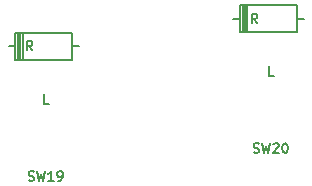
<source format=gbr>
G04 #@! TF.GenerationSoftware,KiCad,Pcbnew,(5.1.0)-1*
G04 #@! TF.CreationDate,2020-01-19T23:16:31+11:00*
G04 #@! TF.ProjectId,oddball,6f646462-616c-46c2-9e6b-696361645f70,rev?*
G04 #@! TF.SameCoordinates,Original*
G04 #@! TF.FileFunction,Legend,Top*
G04 #@! TF.FilePolarity,Positive*
%FSLAX46Y46*%
G04 Gerber Fmt 4.6, Leading zero omitted, Abs format (unit mm)*
G04 Created by KiCad (PCBNEW (5.1.0)-1) date 2020-01-19 23:16:31*
%MOMM*%
%LPD*%
G04 APERTURE LIST*
%ADD10C,0.203200*%
%ADD11C,0.150000*%
G04 APERTURE END LIST*
D10*
X212863000Y-99370000D02*
X213434500Y-99370000D01*
X208037000Y-99370000D02*
X207465500Y-99370000D01*
X208037000Y-100513000D02*
X212863000Y-100513000D01*
X212863000Y-98227000D02*
X208037000Y-98227000D01*
X212863000Y-100513000D02*
X212863000Y-98227000D01*
X208037000Y-98227000D02*
X208037000Y-100513000D01*
D11*
X208261000Y-100470000D02*
X208261000Y-98270000D01*
X208461000Y-98270000D02*
X208461000Y-100470000D01*
X208661000Y-100470000D02*
X208661000Y-98270000D01*
D10*
X231883000Y-97060000D02*
X232454500Y-97060000D01*
X227057000Y-97060000D02*
X226485500Y-97060000D01*
X227057000Y-98203000D02*
X231883000Y-98203000D01*
X231883000Y-95917000D02*
X227057000Y-95917000D01*
X231883000Y-98203000D02*
X231883000Y-95917000D01*
X227057000Y-95917000D02*
X227057000Y-98203000D01*
D11*
X227281000Y-98160000D02*
X227281000Y-95960000D01*
X227481000Y-95960000D02*
X227481000Y-98160000D01*
X227681000Y-98160000D02*
X227681000Y-95960000D01*
X209480619Y-99731904D02*
X209213952Y-99350952D01*
X209023476Y-99731904D02*
X209023476Y-98931904D01*
X209328238Y-98931904D01*
X209404428Y-98970000D01*
X209442523Y-99008095D01*
X209480619Y-99084285D01*
X209480619Y-99198571D01*
X209442523Y-99274761D01*
X209404428Y-99312857D01*
X209328238Y-99350952D01*
X209023476Y-99350952D01*
X228500619Y-97421904D02*
X228233952Y-97040952D01*
X228043476Y-97421904D02*
X228043476Y-96621904D01*
X228348238Y-96621904D01*
X228424428Y-96660000D01*
X228462523Y-96698095D01*
X228500619Y-96774285D01*
X228500619Y-96888571D01*
X228462523Y-96964761D01*
X228424428Y-97002857D01*
X228348238Y-97040952D01*
X228043476Y-97040952D01*
X209152380Y-110723809D02*
X209266666Y-110761904D01*
X209457142Y-110761904D01*
X209533333Y-110723809D01*
X209571428Y-110685714D01*
X209609523Y-110609523D01*
X209609523Y-110533333D01*
X209571428Y-110457142D01*
X209533333Y-110419047D01*
X209457142Y-110380952D01*
X209304761Y-110342857D01*
X209228571Y-110304761D01*
X209190476Y-110266666D01*
X209152380Y-110190476D01*
X209152380Y-110114285D01*
X209190476Y-110038095D01*
X209228571Y-110000000D01*
X209304761Y-109961904D01*
X209495238Y-109961904D01*
X209609523Y-110000000D01*
X209876190Y-109961904D02*
X210066666Y-110761904D01*
X210219047Y-110190476D01*
X210371428Y-110761904D01*
X210561904Y-109961904D01*
X211285714Y-110761904D02*
X210828571Y-110761904D01*
X211057142Y-110761904D02*
X211057142Y-109961904D01*
X210980952Y-110076190D01*
X210904761Y-110152380D01*
X210828571Y-110190476D01*
X211666666Y-110761904D02*
X211819047Y-110761904D01*
X211895238Y-110723809D01*
X211933333Y-110685714D01*
X212009523Y-110571428D01*
X212047619Y-110419047D01*
X212047619Y-110114285D01*
X212009523Y-110038095D01*
X211971428Y-110000000D01*
X211895238Y-109961904D01*
X211742857Y-109961904D01*
X211666666Y-110000000D01*
X211628571Y-110038095D01*
X211590476Y-110114285D01*
X211590476Y-110304761D01*
X211628571Y-110380952D01*
X211666666Y-110419047D01*
X211742857Y-110457142D01*
X211895238Y-110457142D01*
X211971428Y-110419047D01*
X212009523Y-110380952D01*
X212047619Y-110304761D01*
X210847619Y-104261904D02*
X210466666Y-104261904D01*
X210466666Y-103461904D01*
X228202380Y-108353809D02*
X228316666Y-108391904D01*
X228507142Y-108391904D01*
X228583333Y-108353809D01*
X228621428Y-108315714D01*
X228659523Y-108239523D01*
X228659523Y-108163333D01*
X228621428Y-108087142D01*
X228583333Y-108049047D01*
X228507142Y-108010952D01*
X228354761Y-107972857D01*
X228278571Y-107934761D01*
X228240476Y-107896666D01*
X228202380Y-107820476D01*
X228202380Y-107744285D01*
X228240476Y-107668095D01*
X228278571Y-107630000D01*
X228354761Y-107591904D01*
X228545238Y-107591904D01*
X228659523Y-107630000D01*
X228926190Y-107591904D02*
X229116666Y-108391904D01*
X229269047Y-107820476D01*
X229421428Y-108391904D01*
X229611904Y-107591904D01*
X229878571Y-107668095D02*
X229916666Y-107630000D01*
X229992857Y-107591904D01*
X230183333Y-107591904D01*
X230259523Y-107630000D01*
X230297619Y-107668095D01*
X230335714Y-107744285D01*
X230335714Y-107820476D01*
X230297619Y-107934761D01*
X229840476Y-108391904D01*
X230335714Y-108391904D01*
X230830952Y-107591904D02*
X230907142Y-107591904D01*
X230983333Y-107630000D01*
X231021428Y-107668095D01*
X231059523Y-107744285D01*
X231097619Y-107896666D01*
X231097619Y-108087142D01*
X231059523Y-108239523D01*
X231021428Y-108315714D01*
X230983333Y-108353809D01*
X230907142Y-108391904D01*
X230830952Y-108391904D01*
X230754761Y-108353809D01*
X230716666Y-108315714D01*
X230678571Y-108239523D01*
X230640476Y-108087142D01*
X230640476Y-107896666D01*
X230678571Y-107744285D01*
X230716666Y-107668095D01*
X230754761Y-107630000D01*
X230830952Y-107591904D01*
X229897619Y-101891904D02*
X229516666Y-101891904D01*
X229516666Y-101091904D01*
M02*

</source>
